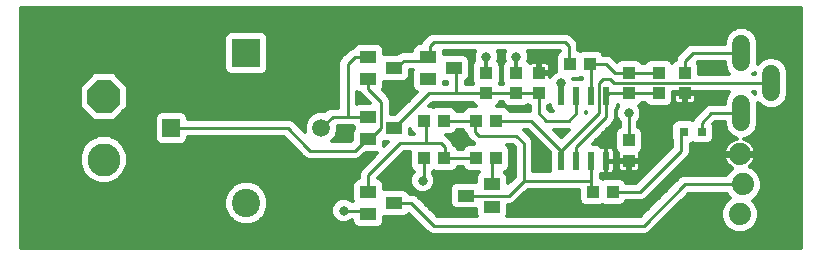
<source format=gtl>
G75*
%MOIN*%
%OFA0B0*%
%FSLAX25Y25*%
%IPPOS*%
%LPD*%
%AMOC8*
5,1,8,0,0,1.08239X$1,22.5*
%
%ADD10R,0.04252X0.04134*%
%ADD11R,0.04134X0.04252*%
%ADD12R,0.04331X0.03937*%
%ADD13R,0.02400X0.06000*%
%ADD14R,0.03937X0.04331*%
%ADD15R,0.05512X0.03937*%
%ADD16C,0.06000*%
%ADD17R,0.03150X0.03150*%
%ADD18R,0.05937X0.05937*%
%ADD19C,0.05937*%
%ADD20R,0.09449X0.09449*%
%ADD21C,0.09449*%
%ADD22OC8,0.11000*%
%ADD23C,0.11000*%
%ADD24C,0.07400*%
%ADD25C,0.01000*%
%ADD26C,0.01200*%
%ADD27C,0.03200*%
%ADD28C,0.01600*%
%ADD29C,0.03562*%
D10*
X0168300Y0053155D03*
X0168300Y0060045D03*
X0225800Y0060045D03*
X0225800Y0053155D03*
X0215800Y0037545D03*
X0215800Y0030655D03*
D11*
X0154245Y0031600D03*
X0147355Y0031600D03*
D12*
X0178300Y0053254D03*
X0185800Y0053254D03*
X0185800Y0059946D03*
X0178300Y0059946D03*
X0215800Y0059946D03*
X0234550Y0059946D03*
X0234550Y0053254D03*
X0215800Y0053254D03*
D13*
X0208300Y0052400D03*
X0203300Y0052400D03*
X0198300Y0052400D03*
X0193300Y0052400D03*
X0193300Y0030800D03*
X0198300Y0030800D03*
X0203300Y0030800D03*
X0208300Y0030800D03*
D14*
X0210396Y0020350D03*
X0203704Y0020350D03*
X0171646Y0031600D03*
X0164954Y0031600D03*
X0164954Y0044100D03*
X0171646Y0044100D03*
X0154146Y0044100D03*
X0147454Y0044100D03*
X0196204Y0062850D03*
X0202896Y0062850D03*
D15*
X0157631Y0061600D03*
X0148969Y0065340D03*
X0137631Y0061600D03*
X0128969Y0065340D03*
X0128969Y0057860D03*
X0148969Y0057860D03*
X0128969Y0045340D03*
X0137631Y0041600D03*
X0128969Y0037860D03*
X0170131Y0022840D03*
X0161469Y0019100D03*
X0170131Y0015360D03*
X0137631Y0016600D03*
X0128969Y0012860D03*
X0128969Y0020340D03*
D16*
X0253300Y0043600D02*
X0253300Y0049600D01*
X0263300Y0053600D02*
X0263300Y0059600D01*
X0253300Y0063600D02*
X0253300Y0069600D01*
D17*
X0240003Y0040350D03*
X0234097Y0040350D03*
D18*
X0063300Y0041600D03*
D19*
X0113300Y0041600D03*
D20*
X0088300Y0066600D03*
D21*
X0088300Y0016600D03*
D22*
X0040800Y0052100D03*
D23*
X0040800Y0031100D03*
D24*
X0252800Y0032850D03*
X0253800Y0022850D03*
X0252800Y0012850D03*
D25*
X0234550Y0022850D02*
X0220800Y0009100D01*
X0150800Y0009100D01*
X0143300Y0016600D01*
X0137631Y0016600D01*
X0128969Y0012860D02*
X0125800Y0014100D01*
X0120800Y0014100D01*
X0128969Y0020340D02*
X0128969Y0026019D01*
X0139550Y0036600D01*
X0148300Y0036600D01*
X0148300Y0043254D01*
X0147454Y0044100D01*
X0154146Y0044100D02*
X0164954Y0044100D01*
X0164550Y0043696D01*
X0164550Y0040350D01*
X0165800Y0039100D01*
X0178300Y0039100D01*
X0180800Y0036600D01*
X0180800Y0024100D01*
X0175800Y0019100D01*
X0161469Y0019100D01*
X0170131Y0022840D02*
X0170131Y0030084D01*
X0171646Y0031600D01*
X0164954Y0031600D02*
X0154245Y0031600D01*
X0154550Y0031905D01*
X0154550Y0035350D01*
X0153300Y0036600D01*
X0148300Y0036600D01*
X0147355Y0031600D02*
X0147355Y0024405D01*
X0147050Y0024100D01*
X0127050Y0036600D02*
X0124550Y0034100D01*
X0109550Y0034100D01*
X0108300Y0035350D01*
X0102050Y0041600D01*
X0088300Y0041600D01*
X0063300Y0041600D01*
X0113300Y0041600D02*
X0117040Y0045340D01*
X0122050Y0045340D01*
X0122050Y0062850D01*
X0124540Y0065340D01*
X0128969Y0065340D01*
X0137631Y0061600D02*
X0138881Y0062850D01*
X0139550Y0062850D01*
X0140800Y0064100D01*
X0148300Y0064100D01*
X0148969Y0065340D02*
X0149550Y0065921D01*
X0149550Y0069100D01*
X0150800Y0070350D01*
X0194550Y0070350D01*
X0195800Y0069100D01*
X0195800Y0063254D01*
X0196204Y0062850D01*
X0202896Y0062850D02*
X0208300Y0062850D01*
X0211204Y0059946D01*
X0215800Y0059946D01*
X0220898Y0060045D01*
X0225800Y0060045D01*
X0234550Y0059946D02*
X0234550Y0064100D01*
X0237050Y0066600D01*
X0253300Y0066600D01*
X0263300Y0056600D02*
X0210800Y0056600D01*
X0209550Y0057850D01*
X0207050Y0057850D01*
X0205800Y0056600D01*
X0205800Y0054100D01*
X0205800Y0046600D01*
X0193300Y0034100D01*
X0183300Y0044100D01*
X0171646Y0044100D01*
X0185800Y0046600D02*
X0188300Y0044100D01*
X0195800Y0044100D01*
X0198300Y0046600D01*
X0198300Y0052400D01*
X0203300Y0052400D02*
X0203300Y0060350D01*
X0202896Y0062446D01*
X0202896Y0062850D01*
X0185800Y0065350D02*
X0185800Y0059946D01*
X0185800Y0053254D02*
X0178300Y0053254D01*
X0168398Y0053254D01*
X0168300Y0053155D01*
X0158300Y0053155D01*
X0158300Y0060931D01*
X0157631Y0061600D01*
X0185800Y0053254D02*
X0185800Y0046600D01*
X0198300Y0035350D02*
X0208300Y0045350D01*
X0208300Y0052400D01*
X0209154Y0053254D01*
X0215800Y0053254D01*
X0220898Y0053155D01*
X0225800Y0053155D01*
X0215800Y0046600D02*
X0215800Y0037545D01*
X0219550Y0020350D02*
X0233300Y0034100D01*
X0233300Y0039553D01*
X0234097Y0040350D01*
X0240003Y0040350D02*
X0240003Y0043303D01*
X0243300Y0046600D01*
X0253300Y0046600D01*
X0203300Y0030800D02*
X0203300Y0024100D01*
X0203300Y0022004D01*
X0203704Y0020350D01*
X0210396Y0020350D02*
X0219550Y0020350D01*
X0234550Y0022850D02*
X0253800Y0022850D01*
X0203300Y0024100D02*
X0180800Y0024100D01*
X0193300Y0030800D02*
X0193300Y0034100D01*
X0198300Y0035350D02*
X0198300Y0030800D01*
X0149186Y0053155D02*
X0137631Y0041600D01*
X0133300Y0041600D02*
X0129560Y0037860D01*
X0128969Y0037860D01*
X0127709Y0036600D01*
X0127050Y0036600D01*
X0133300Y0041600D02*
X0133300Y0050350D01*
X0128969Y0054681D01*
X0128969Y0057860D01*
X0149186Y0053155D02*
X0158300Y0053155D01*
X0128969Y0045340D02*
X0122050Y0045340D01*
D26*
X0013300Y0001600D02*
X0273300Y0001600D01*
X0013300Y0001600D01*
X0013300Y0081600D01*
X0273300Y0081600D01*
X0273300Y0001600D01*
X0273300Y0002799D02*
X0013300Y0002799D01*
X0013300Y0003997D02*
X0273300Y0003997D01*
X0273300Y0005196D02*
X0013300Y0005196D01*
X0013300Y0006394D02*
X0149232Y0006394D01*
X0149044Y0006472D02*
X0150183Y0006000D01*
X0221417Y0006000D01*
X0222556Y0006472D01*
X0235834Y0019750D01*
X0248265Y0019750D01*
X0248459Y0019281D01*
X0249456Y0018284D01*
X0249231Y0018191D01*
X0247459Y0016419D01*
X0246500Y0014103D01*
X0246500Y0011597D01*
X0247459Y0009281D01*
X0249231Y0007509D01*
X0251547Y0006550D01*
X0254053Y0006550D01*
X0256369Y0007509D01*
X0258141Y0009281D01*
X0259100Y0011597D01*
X0259100Y0014103D01*
X0258141Y0016419D01*
X0257144Y0017416D01*
X0257369Y0017509D01*
X0259141Y0019281D01*
X0260100Y0021597D01*
X0260100Y0024103D01*
X0259141Y0026419D01*
X0257369Y0028191D01*
X0256117Y0028709D01*
X0256253Y0028807D01*
X0256843Y0029397D01*
X0257333Y0030072D01*
X0257712Y0030816D01*
X0257969Y0031609D01*
X0258100Y0032433D01*
X0258100Y0032450D01*
X0253200Y0032450D01*
X0253200Y0033250D01*
X0258100Y0033250D01*
X0258100Y0033267D01*
X0257969Y0034091D01*
X0257712Y0034884D01*
X0257333Y0035628D01*
X0256843Y0036303D01*
X0256253Y0036893D01*
X0255578Y0037383D01*
X0254834Y0037762D01*
X0254101Y0038000D01*
X0254414Y0038000D01*
X0256472Y0038853D01*
X0258047Y0040428D01*
X0258900Y0042486D01*
X0258900Y0050080D01*
X0260128Y0048853D01*
X0262186Y0048000D01*
X0264414Y0048000D01*
X0266472Y0048853D01*
X0268047Y0050428D01*
X0268900Y0052486D01*
X0268900Y0060714D01*
X0268047Y0062772D01*
X0266472Y0064347D01*
X0264414Y0065200D01*
X0262186Y0065200D01*
X0260128Y0064347D01*
X0258900Y0063120D01*
X0258900Y0070714D01*
X0258047Y0072772D01*
X0256472Y0074347D01*
X0254414Y0075200D01*
X0252186Y0075200D01*
X0250128Y0074347D01*
X0248553Y0072772D01*
X0247700Y0070714D01*
X0247700Y0069700D01*
X0236433Y0069700D01*
X0235294Y0069228D01*
X0232794Y0066728D01*
X0231922Y0065856D01*
X0231450Y0064717D01*
X0231450Y0064342D01*
X0230912Y0064119D01*
X0230203Y0063410D01*
X0230130Y0063585D01*
X0229399Y0064316D01*
X0228443Y0064712D01*
X0223157Y0064712D01*
X0222201Y0064316D01*
X0221470Y0063585D01*
X0221291Y0063153D01*
X0220869Y0063145D01*
X0220282Y0063145D01*
X0220272Y0063141D01*
X0220170Y0063388D01*
X0219438Y0064119D01*
X0218483Y0064515D01*
X0213117Y0064515D01*
X0212162Y0064119D01*
X0211788Y0063746D01*
X0210928Y0064606D01*
X0210056Y0065478D01*
X0208917Y0065950D01*
X0207292Y0065950D01*
X0207069Y0066488D01*
X0206338Y0067220D01*
X0205382Y0067615D01*
X0200411Y0067615D01*
X0199550Y0067259D01*
X0198900Y0067528D01*
X0198900Y0069717D01*
X0198428Y0070856D01*
X0197556Y0071728D01*
X0196306Y0072978D01*
X0195167Y0073450D01*
X0150183Y0073450D01*
X0149044Y0072978D01*
X0148172Y0072106D01*
X0146922Y0070856D01*
X0146530Y0069909D01*
X0145696Y0069909D01*
X0144741Y0069513D01*
X0144009Y0068781D01*
X0143613Y0067826D01*
X0143613Y0067200D01*
X0140183Y0067200D01*
X0139044Y0066728D01*
X0138484Y0066168D01*
X0134358Y0066168D01*
X0134325Y0066155D01*
X0134325Y0067826D01*
X0133929Y0068781D01*
X0133198Y0069513D01*
X0132242Y0069909D01*
X0125696Y0069909D01*
X0124741Y0069513D01*
X0124009Y0068781D01*
X0123856Y0068412D01*
X0122784Y0067968D01*
X0120294Y0065478D01*
X0119422Y0064606D01*
X0118950Y0063467D01*
X0118950Y0048440D01*
X0116424Y0048440D01*
X0115284Y0047968D01*
X0114462Y0047146D01*
X0114408Y0047168D01*
X0112192Y0047168D01*
X0110146Y0046321D01*
X0108579Y0044754D01*
X0107731Y0042708D01*
X0107731Y0040492D01*
X0107866Y0040168D01*
X0103806Y0044228D01*
X0102667Y0044700D01*
X0068868Y0044700D01*
X0068868Y0045086D01*
X0068473Y0046041D01*
X0067741Y0046773D01*
X0066786Y0047168D01*
X0059814Y0047168D01*
X0058859Y0046773D01*
X0058127Y0046041D01*
X0057731Y0045086D01*
X0057731Y0038114D01*
X0058127Y0037159D01*
X0058859Y0036427D01*
X0059814Y0036031D01*
X0066786Y0036031D01*
X0067741Y0036427D01*
X0068473Y0037159D01*
X0068868Y0038114D01*
X0068868Y0038500D01*
X0100766Y0038500D01*
X0105672Y0033594D01*
X0106922Y0032344D01*
X0107794Y0031472D01*
X0108933Y0031000D01*
X0125167Y0031000D01*
X0126306Y0031472D01*
X0128125Y0033291D01*
X0131857Y0033291D01*
X0126341Y0027775D01*
X0125869Y0026636D01*
X0125869Y0024909D01*
X0125696Y0024909D01*
X0124741Y0024513D01*
X0124009Y0023781D01*
X0123613Y0022826D01*
X0123613Y0017854D01*
X0123884Y0017200D01*
X0123640Y0017200D01*
X0123179Y0017661D01*
X0121635Y0018300D01*
X0119965Y0018300D01*
X0118421Y0017661D01*
X0117239Y0016479D01*
X0116600Y0014935D01*
X0116600Y0013265D01*
X0117239Y0011721D01*
X0118421Y0010539D01*
X0119965Y0009900D01*
X0121635Y0009900D01*
X0123179Y0010539D01*
X0123613Y0010974D01*
X0123613Y0010374D01*
X0124009Y0009419D01*
X0124741Y0008687D01*
X0125696Y0008291D01*
X0132242Y0008291D01*
X0133198Y0008687D01*
X0133929Y0009419D01*
X0134325Y0010374D01*
X0134325Y0012045D01*
X0134358Y0012031D01*
X0140904Y0012031D01*
X0141859Y0012427D01*
X0142474Y0013042D01*
X0148172Y0007344D01*
X0149044Y0006472D01*
X0148172Y0007344D02*
X0148172Y0007344D01*
X0147923Y0007593D02*
X0013300Y0007593D01*
X0013300Y0008791D02*
X0124637Y0008791D01*
X0123773Y0009990D02*
X0121852Y0009990D01*
X0119748Y0009990D02*
X0091481Y0009990D01*
X0092449Y0010391D02*
X0094509Y0012451D01*
X0095624Y0015143D01*
X0095624Y0018057D01*
X0094509Y0020749D01*
X0092449Y0022809D01*
X0089757Y0023924D01*
X0086843Y0023924D01*
X0084151Y0022809D01*
X0082091Y0020749D01*
X0080976Y0018057D01*
X0080976Y0015143D01*
X0082091Y0012451D01*
X0084151Y0010391D01*
X0086843Y0009276D01*
X0089757Y0009276D01*
X0092449Y0010391D01*
X0093246Y0011188D02*
X0117772Y0011188D01*
X0116964Y0012387D02*
X0094445Y0012387D01*
X0094979Y0013585D02*
X0116600Y0013585D01*
X0116600Y0014784D02*
X0095476Y0014784D01*
X0095624Y0015982D02*
X0117034Y0015982D01*
X0117941Y0017181D02*
X0095624Y0017181D01*
X0095491Y0018379D02*
X0123613Y0018379D01*
X0123613Y0019578D02*
X0094994Y0019578D01*
X0094482Y0020776D02*
X0123613Y0020776D01*
X0123613Y0021975D02*
X0093284Y0021975D01*
X0091570Y0023173D02*
X0123757Y0023173D01*
X0124599Y0024372D02*
X0045527Y0024372D01*
X0045388Y0024233D02*
X0047667Y0026512D01*
X0048900Y0029489D01*
X0048900Y0032711D01*
X0047667Y0035688D01*
X0045388Y0037967D01*
X0042411Y0039200D01*
X0039189Y0039200D01*
X0036212Y0037967D01*
X0033933Y0035688D01*
X0032700Y0032711D01*
X0032700Y0029489D01*
X0033933Y0026512D01*
X0036212Y0024233D01*
X0039189Y0023000D01*
X0042411Y0023000D01*
X0045388Y0024233D01*
X0046725Y0025570D02*
X0125869Y0025570D01*
X0125924Y0026769D02*
X0047773Y0026769D01*
X0048270Y0027967D02*
X0126533Y0027967D01*
X0127732Y0029166D02*
X0048766Y0029166D01*
X0048900Y0030364D02*
X0128930Y0030364D01*
X0130129Y0031563D02*
X0126397Y0031563D01*
X0127595Y0032761D02*
X0131327Y0032761D01*
X0134325Y0035759D02*
X0134325Y0037045D01*
X0134358Y0037031D01*
X0135597Y0037031D01*
X0134325Y0035759D01*
X0134325Y0036357D02*
X0134923Y0036357D01*
X0140834Y0033500D02*
X0142688Y0033500D01*
X0142688Y0028957D01*
X0143084Y0028001D01*
X0143815Y0027270D01*
X0144144Y0027134D01*
X0143489Y0026479D01*
X0142850Y0024935D01*
X0142850Y0023265D01*
X0143489Y0021721D01*
X0144671Y0020539D01*
X0146215Y0019900D01*
X0147885Y0019900D01*
X0149429Y0020539D01*
X0150611Y0021721D01*
X0151250Y0023265D01*
X0151250Y0024935D01*
X0150611Y0026479D01*
X0150455Y0026635D01*
X0150455Y0027088D01*
X0150800Y0027231D01*
X0151661Y0026874D01*
X0156829Y0026874D01*
X0157785Y0027270D01*
X0158516Y0028001D01*
X0158723Y0028500D01*
X0160558Y0028500D01*
X0160781Y0027962D01*
X0161512Y0027230D01*
X0162468Y0026835D01*
X0165724Y0026835D01*
X0165171Y0026281D01*
X0164775Y0025326D01*
X0164775Y0023655D01*
X0164742Y0023668D01*
X0158196Y0023668D01*
X0157241Y0023273D01*
X0156509Y0022541D01*
X0156113Y0021586D01*
X0156113Y0016614D01*
X0156509Y0015659D01*
X0157241Y0014927D01*
X0158196Y0014531D01*
X0164742Y0014531D01*
X0164775Y0014545D01*
X0164775Y0012874D01*
X0165054Y0012200D01*
X0152084Y0012200D01*
X0145056Y0019228D01*
X0143917Y0019700D01*
X0142732Y0019700D01*
X0142591Y0020041D01*
X0141859Y0020773D01*
X0140904Y0021168D01*
X0134358Y0021168D01*
X0134325Y0021155D01*
X0134325Y0022826D01*
X0133929Y0023781D01*
X0133198Y0024513D01*
X0132243Y0024909D01*
X0140834Y0033500D01*
X0140095Y0032761D02*
X0142688Y0032761D01*
X0142688Y0031563D02*
X0138897Y0031563D01*
X0137698Y0030364D02*
X0142688Y0030364D01*
X0142688Y0029166D02*
X0136500Y0029166D01*
X0135301Y0027967D02*
X0143118Y0027967D01*
X0143779Y0026769D02*
X0134103Y0026769D01*
X0132904Y0025570D02*
X0143113Y0025570D01*
X0142850Y0024372D02*
X0133339Y0024372D01*
X0134181Y0023173D02*
X0142888Y0023173D01*
X0143384Y0021975D02*
X0134325Y0021975D01*
X0141851Y0020776D02*
X0144434Y0020776D01*
X0144212Y0019578D02*
X0156113Y0019578D01*
X0156113Y0020776D02*
X0149666Y0020776D01*
X0150716Y0021975D02*
X0156275Y0021975D01*
X0157141Y0023173D02*
X0151212Y0023173D01*
X0151250Y0024372D02*
X0164775Y0024372D01*
X0164876Y0025570D02*
X0150987Y0025570D01*
X0150455Y0026769D02*
X0165658Y0026769D01*
X0160779Y0027967D02*
X0158482Y0027967D01*
X0174419Y0026953D02*
X0175091Y0026281D01*
X0175487Y0025326D01*
X0175487Y0023171D01*
X0177700Y0025384D01*
X0177700Y0035316D01*
X0177016Y0036000D01*
X0175014Y0036000D01*
X0175088Y0035970D01*
X0175819Y0035238D01*
X0176215Y0034283D01*
X0176215Y0028917D01*
X0175819Y0027962D01*
X0175088Y0027230D01*
X0174419Y0026953D01*
X0174603Y0026769D02*
X0177700Y0026769D01*
X0177700Y0027967D02*
X0175821Y0027967D01*
X0176215Y0029166D02*
X0177700Y0029166D01*
X0177700Y0030364D02*
X0176215Y0030364D01*
X0176215Y0031563D02*
X0177700Y0031563D01*
X0177700Y0032761D02*
X0176215Y0032761D01*
X0176215Y0033960D02*
X0177700Y0033960D01*
X0177700Y0035158D02*
X0175852Y0035158D01*
X0183900Y0035158D02*
X0187858Y0035158D01*
X0186659Y0036357D02*
X0183900Y0036357D01*
X0183900Y0037217D02*
X0183900Y0027200D01*
X0189534Y0027200D01*
X0189500Y0027283D01*
X0189500Y0033516D01*
X0182016Y0041000D01*
X0180784Y0041000D01*
X0180928Y0040856D01*
X0180928Y0040856D01*
X0182556Y0039228D01*
X0183428Y0038356D01*
X0183900Y0037217D01*
X0183760Y0037555D02*
X0185461Y0037555D01*
X0184262Y0038754D02*
X0183030Y0038754D01*
X0183064Y0039952D02*
X0181832Y0039952D01*
X0190784Y0041000D02*
X0195183Y0041000D01*
X0195816Y0041000D01*
X0193300Y0038484D01*
X0190784Y0041000D01*
X0191832Y0039952D02*
X0194768Y0039952D01*
X0193570Y0038754D02*
X0193030Y0038754D01*
X0203734Y0036400D02*
X0210056Y0042722D01*
X0210928Y0043594D01*
X0211400Y0044733D01*
X0211400Y0047623D01*
X0211704Y0047927D01*
X0212100Y0048883D01*
X0212100Y0049143D01*
X0212162Y0049081D01*
X0212289Y0049028D01*
X0212239Y0048979D01*
X0211600Y0047435D01*
X0211600Y0045765D01*
X0212239Y0044221D01*
X0212700Y0043760D01*
X0212700Y0042023D01*
X0212201Y0041816D01*
X0211470Y0041085D01*
X0211074Y0040129D01*
X0211074Y0034961D01*
X0211470Y0034005D01*
X0212173Y0033302D01*
X0212074Y0032933D01*
X0212074Y0031089D01*
X0215366Y0031089D01*
X0215366Y0030222D01*
X0212074Y0030222D01*
X0212074Y0028378D01*
X0212183Y0027971D01*
X0212394Y0027606D01*
X0212692Y0027308D01*
X0213056Y0027097D01*
X0213463Y0026988D01*
X0215367Y0026988D01*
X0215367Y0030222D01*
X0216233Y0030222D01*
X0216233Y0026988D01*
X0218137Y0026988D01*
X0218544Y0027097D01*
X0218908Y0027308D01*
X0219206Y0027606D01*
X0219417Y0027971D01*
X0219526Y0028378D01*
X0219526Y0030222D01*
X0216234Y0030222D01*
X0216234Y0031089D01*
X0219526Y0031089D01*
X0219526Y0032933D01*
X0219427Y0033302D01*
X0220130Y0034005D01*
X0220526Y0034961D01*
X0220526Y0040129D01*
X0220130Y0041085D01*
X0219399Y0041816D01*
X0218900Y0042023D01*
X0218900Y0043760D01*
X0219361Y0044221D01*
X0220000Y0045765D01*
X0220000Y0047435D01*
X0219361Y0048979D01*
X0219311Y0049028D01*
X0219438Y0049081D01*
X0220170Y0049812D01*
X0220272Y0050059D01*
X0220282Y0050055D01*
X0220869Y0050055D01*
X0221291Y0050047D01*
X0221470Y0049615D01*
X0222201Y0048884D01*
X0223157Y0048488D01*
X0228443Y0048488D01*
X0229399Y0048884D01*
X0230130Y0049615D01*
X0230526Y0050571D01*
X0230526Y0053500D01*
X0234166Y0053500D01*
X0234166Y0052869D01*
X0234934Y0052869D01*
X0234934Y0049685D01*
X0236926Y0049685D01*
X0237333Y0049794D01*
X0237698Y0050005D01*
X0237996Y0050303D01*
X0238206Y0050667D01*
X0238315Y0051074D01*
X0238315Y0052869D01*
X0234934Y0052869D01*
X0234934Y0053500D01*
X0249280Y0053500D01*
X0248553Y0052772D01*
X0247700Y0050714D01*
X0247700Y0049700D01*
X0242683Y0049700D01*
X0241544Y0049228D01*
X0240672Y0048356D01*
X0237375Y0045059D01*
X0237012Y0044184D01*
X0236189Y0044525D01*
X0232005Y0044525D01*
X0231050Y0044129D01*
X0230318Y0043398D01*
X0229922Y0042442D01*
X0229922Y0038258D01*
X0230200Y0037588D01*
X0230200Y0035384D01*
X0218266Y0023450D01*
X0214792Y0023450D01*
X0214569Y0023988D01*
X0213838Y0024720D01*
X0212882Y0025115D01*
X0207911Y0025115D01*
X0207050Y0024759D01*
X0206400Y0025028D01*
X0206400Y0026023D01*
X0206643Y0026266D01*
X0206889Y0026200D01*
X0208300Y0026200D01*
X0209711Y0026200D01*
X0210118Y0026309D01*
X0210482Y0026520D01*
X0210780Y0026818D01*
X0210991Y0027182D01*
X0211100Y0027589D01*
X0211100Y0030800D01*
X0211100Y0034011D01*
X0210991Y0034418D01*
X0210780Y0034782D01*
X0210482Y0035080D01*
X0210118Y0035291D01*
X0209711Y0035400D01*
X0208300Y0035400D01*
X0208300Y0030800D01*
X0208300Y0030800D01*
X0211100Y0030800D01*
X0208300Y0030800D01*
X0208300Y0030800D01*
X0208300Y0035400D01*
X0206889Y0035400D01*
X0206643Y0035334D01*
X0205973Y0036004D01*
X0205017Y0036400D01*
X0203734Y0036400D01*
X0205121Y0036357D02*
X0211074Y0036357D01*
X0211074Y0035158D02*
X0210347Y0035158D01*
X0208300Y0035158D02*
X0208300Y0035158D01*
X0208300Y0033960D02*
X0208300Y0033960D01*
X0208300Y0032761D02*
X0208300Y0032761D01*
X0211100Y0032761D02*
X0212074Y0032761D01*
X0211515Y0033960D02*
X0211100Y0033960D01*
X0211100Y0031563D02*
X0212074Y0031563D01*
X0211100Y0030364D02*
X0215366Y0030364D01*
X0216234Y0030364D02*
X0225180Y0030364D01*
X0223982Y0029166D02*
X0219526Y0029166D01*
X0216233Y0029166D02*
X0215367Y0029166D01*
X0212074Y0029166D02*
X0211100Y0029166D01*
X0208300Y0029166D02*
X0208300Y0029166D01*
X0208300Y0030364D02*
X0208300Y0030364D01*
X0208300Y0030800D02*
X0208300Y0026200D01*
X0208300Y0030800D01*
X0208300Y0030800D01*
X0208300Y0031563D02*
X0208300Y0031563D01*
X0208300Y0027967D02*
X0208300Y0027967D01*
X0208300Y0026769D02*
X0208300Y0026769D01*
X0210731Y0026769D02*
X0221585Y0026769D01*
X0222783Y0027967D02*
X0219415Y0027967D01*
X0216233Y0027967D02*
X0215367Y0027967D01*
X0212185Y0027967D02*
X0211100Y0027967D01*
X0206400Y0025570D02*
X0220386Y0025570D01*
X0219188Y0024372D02*
X0214186Y0024372D01*
X0224360Y0020776D02*
X0228092Y0020776D01*
X0226894Y0019578D02*
X0223162Y0019578D01*
X0221963Y0018379D02*
X0225695Y0018379D01*
X0224497Y0017181D02*
X0214763Y0017181D01*
X0214792Y0017250D02*
X0220167Y0017250D01*
X0221306Y0017722D01*
X0235056Y0031472D01*
X0235928Y0032344D01*
X0236400Y0033483D01*
X0236400Y0036263D01*
X0237050Y0036532D01*
X0237911Y0036175D01*
X0242095Y0036175D01*
X0243050Y0036571D01*
X0243782Y0037302D01*
X0244178Y0038258D01*
X0244178Y0042442D01*
X0243987Y0042903D01*
X0244584Y0043500D01*
X0247700Y0043500D01*
X0247700Y0042486D01*
X0248553Y0040428D01*
X0250128Y0038853D01*
X0251979Y0038086D01*
X0251559Y0038019D01*
X0250766Y0037762D01*
X0250022Y0037383D01*
X0249347Y0036893D01*
X0248757Y0036303D01*
X0248267Y0035628D01*
X0247888Y0034884D01*
X0247630Y0034091D01*
X0247500Y0033267D01*
X0247500Y0033250D01*
X0252400Y0033250D01*
X0252400Y0032450D01*
X0247500Y0032450D01*
X0247500Y0032433D01*
X0247630Y0031609D01*
X0247888Y0030816D01*
X0248267Y0030072D01*
X0248757Y0029397D01*
X0249347Y0028807D01*
X0250022Y0028317D01*
X0250253Y0028200D01*
X0250231Y0028191D01*
X0248459Y0026419D01*
X0248265Y0025950D01*
X0233933Y0025950D01*
X0232794Y0025478D01*
X0231922Y0024606D01*
X0219516Y0012200D01*
X0175207Y0012200D01*
X0175487Y0012874D01*
X0175487Y0016000D01*
X0176417Y0016000D01*
X0177556Y0016472D01*
X0182084Y0021000D01*
X0199135Y0021000D01*
X0199135Y0017667D01*
X0199531Y0016712D01*
X0200262Y0015980D01*
X0201218Y0015585D01*
X0206189Y0015585D01*
X0207050Y0015941D01*
X0207911Y0015585D01*
X0212882Y0015585D01*
X0213838Y0015980D01*
X0214569Y0016712D01*
X0214792Y0017250D01*
X0213839Y0015982D02*
X0223298Y0015982D01*
X0222100Y0014784D02*
X0175487Y0014784D01*
X0175487Y0013585D02*
X0220901Y0013585D01*
X0219703Y0012387D02*
X0175285Y0012387D01*
X0164977Y0012387D02*
X0151897Y0012387D01*
X0150699Y0013585D02*
X0164775Y0013585D01*
X0157588Y0014784D02*
X0149500Y0014784D01*
X0148302Y0015982D02*
X0156375Y0015982D01*
X0156113Y0017181D02*
X0147103Y0017181D01*
X0145905Y0018379D02*
X0156113Y0018379D01*
X0175487Y0015982D02*
X0200261Y0015982D01*
X0199337Y0017181D02*
X0178265Y0017181D01*
X0179463Y0018379D02*
X0199135Y0018379D01*
X0199135Y0019578D02*
X0180662Y0019578D01*
X0181860Y0020776D02*
X0199135Y0020776D01*
X0177700Y0025570D02*
X0175385Y0025570D01*
X0175487Y0024372D02*
X0176688Y0024372D01*
X0175489Y0023173D02*
X0175487Y0023173D01*
X0183900Y0027967D02*
X0189500Y0027967D01*
X0189500Y0029166D02*
X0183900Y0029166D01*
X0183900Y0030364D02*
X0189500Y0030364D01*
X0189500Y0031563D02*
X0183900Y0031563D01*
X0183900Y0032761D02*
X0189500Y0032761D01*
X0189056Y0033960D02*
X0183900Y0033960D01*
X0164301Y0036365D02*
X0162468Y0036365D01*
X0161512Y0035970D01*
X0160781Y0035238D01*
X0160558Y0034700D01*
X0158723Y0034700D01*
X0158516Y0035199D01*
X0157785Y0035930D01*
X0157640Y0035990D01*
X0157178Y0037106D01*
X0156306Y0037978D01*
X0155056Y0039228D01*
X0154799Y0039335D01*
X0156632Y0039335D01*
X0157588Y0039730D01*
X0158319Y0040462D01*
X0158542Y0041000D01*
X0160558Y0041000D01*
X0160781Y0040462D01*
X0161450Y0039793D01*
X0161450Y0039733D01*
X0161922Y0038594D01*
X0163172Y0037344D01*
X0164044Y0036472D01*
X0164301Y0036365D01*
X0162447Y0036357D02*
X0157488Y0036357D01*
X0158533Y0035158D02*
X0160748Y0035158D01*
X0162961Y0037555D02*
X0156729Y0037555D01*
X0155530Y0038754D02*
X0161856Y0038754D01*
X0161290Y0039952D02*
X0157810Y0039952D01*
X0144086Y0039700D02*
X0142987Y0039700D01*
X0142987Y0041172D01*
X0143281Y0040462D01*
X0144012Y0039730D01*
X0144086Y0039700D01*
X0143790Y0039952D02*
X0142987Y0039952D01*
X0142987Y0041151D02*
X0142995Y0041151D01*
X0137815Y0046168D02*
X0136400Y0046168D01*
X0136400Y0050967D01*
X0135928Y0052106D01*
X0135056Y0052978D01*
X0133772Y0054262D01*
X0133929Y0054419D01*
X0134325Y0055374D01*
X0134325Y0057045D01*
X0134358Y0057031D01*
X0140904Y0057031D01*
X0141859Y0057427D01*
X0142591Y0058159D01*
X0142987Y0059114D01*
X0142987Y0061000D01*
X0143884Y0061000D01*
X0143613Y0060346D01*
X0143613Y0055374D01*
X0144009Y0054419D01*
X0144741Y0053687D01*
X0145160Y0053513D01*
X0137815Y0046168D01*
X0138790Y0047143D02*
X0136400Y0047143D01*
X0136400Y0048342D02*
X0139989Y0048342D01*
X0141187Y0049540D02*
X0136400Y0049540D01*
X0136400Y0050739D02*
X0142386Y0050739D01*
X0143584Y0051937D02*
X0135998Y0051937D01*
X0134898Y0053136D02*
X0144783Y0053136D01*
X0144093Y0054334D02*
X0133845Y0054334D01*
X0134325Y0055533D02*
X0143613Y0055533D01*
X0143613Y0056732D02*
X0134325Y0056732D01*
X0142362Y0057930D02*
X0143613Y0057930D01*
X0143613Y0059129D02*
X0142987Y0059129D01*
X0142987Y0060327D02*
X0143613Y0060327D01*
X0154325Y0057045D02*
X0154358Y0057031D01*
X0155200Y0057031D01*
X0155200Y0056255D01*
X0154325Y0056255D01*
X0154325Y0057045D01*
X0154325Y0056732D02*
X0155200Y0056732D01*
X0161400Y0056732D02*
X0163876Y0056732D01*
X0163931Y0056600D02*
X0163788Y0056255D01*
X0161400Y0056255D01*
X0161400Y0057237D01*
X0161859Y0057427D01*
X0162591Y0058159D01*
X0162987Y0059114D01*
X0162987Y0064086D01*
X0162591Y0065041D01*
X0161859Y0065773D01*
X0160904Y0066168D01*
X0154358Y0066168D01*
X0154325Y0066155D01*
X0154325Y0067250D01*
X0164541Y0067250D01*
X0164100Y0066185D01*
X0164100Y0064515D01*
X0164334Y0063949D01*
X0163970Y0063585D01*
X0163574Y0062629D01*
X0163574Y0057461D01*
X0163931Y0056600D01*
X0163574Y0057930D02*
X0162362Y0057930D01*
X0162987Y0059129D02*
X0163574Y0059129D01*
X0163574Y0060327D02*
X0162987Y0060327D01*
X0162987Y0061526D02*
X0163574Y0061526D01*
X0163613Y0062724D02*
X0162987Y0062724D01*
X0162987Y0063923D02*
X0164308Y0063923D01*
X0164100Y0065121D02*
X0162511Y0065121D01*
X0164156Y0066320D02*
X0154325Y0066320D01*
X0143982Y0068717D02*
X0133956Y0068717D01*
X0134325Y0067518D02*
X0143613Y0067518D01*
X0138636Y0066320D02*
X0134325Y0066320D01*
X0123982Y0068717D02*
X0095624Y0068717D01*
X0095624Y0067518D02*
X0122334Y0067518D01*
X0121136Y0066320D02*
X0095624Y0066320D01*
X0095624Y0065121D02*
X0119937Y0065121D01*
X0119139Y0063923D02*
X0095624Y0063923D01*
X0095624Y0062724D02*
X0118950Y0062724D01*
X0118950Y0061526D02*
X0095624Y0061526D01*
X0095624Y0061358D02*
X0095624Y0071842D01*
X0095229Y0072797D01*
X0094497Y0073529D01*
X0093542Y0073924D01*
X0083058Y0073924D01*
X0082103Y0073529D01*
X0081371Y0072797D01*
X0080976Y0071842D01*
X0080976Y0061358D01*
X0081371Y0060403D01*
X0082103Y0059671D01*
X0083058Y0059276D01*
X0093542Y0059276D01*
X0094497Y0059671D01*
X0095229Y0060403D01*
X0095624Y0061358D01*
X0095153Y0060327D02*
X0118950Y0060327D01*
X0118950Y0059129D02*
X0045227Y0059129D01*
X0044155Y0060200D02*
X0037445Y0060200D01*
X0032700Y0055455D01*
X0032700Y0048745D01*
X0037445Y0044000D01*
X0044155Y0044000D01*
X0048900Y0048745D01*
X0048900Y0055455D01*
X0044155Y0060200D01*
X0046425Y0057930D02*
X0118950Y0057930D01*
X0118950Y0056732D02*
X0047624Y0056732D01*
X0048822Y0055533D02*
X0118950Y0055533D01*
X0118950Y0054334D02*
X0048900Y0054334D01*
X0048900Y0053136D02*
X0118950Y0053136D01*
X0118950Y0051937D02*
X0048900Y0051937D01*
X0048900Y0050739D02*
X0118950Y0050739D01*
X0118950Y0049540D02*
X0048900Y0049540D01*
X0048497Y0048342D02*
X0116186Y0048342D01*
X0112132Y0047143D02*
X0066846Y0047143D01*
X0068513Y0045945D02*
X0109770Y0045945D01*
X0108576Y0044746D02*
X0068868Y0044746D01*
X0059754Y0047143D02*
X0047299Y0047143D01*
X0046100Y0045945D02*
X0058087Y0045945D01*
X0057731Y0044746D02*
X0044902Y0044746D01*
X0036698Y0044746D02*
X0013300Y0044746D01*
X0013300Y0043548D02*
X0057731Y0043548D01*
X0057731Y0042349D02*
X0013300Y0042349D01*
X0013300Y0041151D02*
X0057731Y0041151D01*
X0057731Y0039952D02*
X0013300Y0039952D01*
X0013300Y0038754D02*
X0038112Y0038754D01*
X0035800Y0037555D02*
X0013300Y0037555D01*
X0013300Y0036357D02*
X0034602Y0036357D01*
X0033714Y0035158D02*
X0013300Y0035158D01*
X0013300Y0033960D02*
X0033217Y0033960D01*
X0032721Y0032761D02*
X0013300Y0032761D01*
X0013300Y0031563D02*
X0032700Y0031563D01*
X0032700Y0030364D02*
X0013300Y0030364D01*
X0013300Y0029166D02*
X0032834Y0029166D01*
X0033330Y0027967D02*
X0013300Y0027967D01*
X0013300Y0026769D02*
X0033827Y0026769D01*
X0034875Y0025570D02*
X0013300Y0025570D01*
X0013300Y0024372D02*
X0036073Y0024372D01*
X0038771Y0023173D02*
X0013300Y0023173D01*
X0013300Y0021975D02*
X0083316Y0021975D01*
X0085030Y0023173D02*
X0042829Y0023173D01*
X0048900Y0031563D02*
X0107703Y0031563D01*
X0106505Y0032761D02*
X0048879Y0032761D01*
X0048383Y0033960D02*
X0105306Y0033960D01*
X0104108Y0035158D02*
X0047886Y0035158D01*
X0046998Y0036357D02*
X0059029Y0036357D01*
X0057963Y0037555D02*
X0045800Y0037555D01*
X0043488Y0038754D02*
X0057731Y0038754D01*
X0067571Y0036357D02*
X0102909Y0036357D01*
X0101711Y0037555D02*
X0068637Y0037555D01*
X0035500Y0045945D02*
X0013300Y0045945D01*
X0013300Y0047143D02*
X0034301Y0047143D01*
X0033103Y0048342D02*
X0013300Y0048342D01*
X0013300Y0049540D02*
X0032700Y0049540D01*
X0032700Y0050739D02*
X0013300Y0050739D01*
X0013300Y0051937D02*
X0032700Y0051937D01*
X0032700Y0053136D02*
X0013300Y0053136D01*
X0013300Y0054334D02*
X0032700Y0054334D01*
X0032778Y0055533D02*
X0013300Y0055533D01*
X0013300Y0056732D02*
X0033976Y0056732D01*
X0035175Y0057930D02*
X0013300Y0057930D01*
X0013300Y0059129D02*
X0036373Y0059129D01*
X0013300Y0060327D02*
X0081447Y0060327D01*
X0080976Y0061526D02*
X0013300Y0061526D01*
X0013300Y0062724D02*
X0080976Y0062724D01*
X0080976Y0063923D02*
X0013300Y0063923D01*
X0013300Y0065121D02*
X0080976Y0065121D01*
X0080976Y0066320D02*
X0013300Y0066320D01*
X0013300Y0067518D02*
X0080976Y0067518D01*
X0080976Y0068717D02*
X0013300Y0068717D01*
X0013300Y0069915D02*
X0080976Y0069915D01*
X0080976Y0071114D02*
X0013300Y0071114D01*
X0013300Y0072312D02*
X0081171Y0072312D01*
X0082085Y0073511D02*
X0013300Y0073511D01*
X0013300Y0074709D02*
X0251001Y0074709D01*
X0249291Y0073511D02*
X0094515Y0073511D01*
X0095429Y0072312D02*
X0148378Y0072312D01*
X0147180Y0071114D02*
X0095624Y0071114D01*
X0095624Y0069915D02*
X0146532Y0069915D01*
X0168300Y0065350D02*
X0168300Y0060045D01*
X0173026Y0060327D02*
X0173535Y0060327D01*
X0173535Y0059129D02*
X0173026Y0059129D01*
X0173026Y0057930D02*
X0173535Y0057930D01*
X0173535Y0057461D02*
X0173891Y0056600D01*
X0173789Y0056354D01*
X0172772Y0056354D01*
X0172669Y0056600D01*
X0173026Y0057461D01*
X0173026Y0062629D01*
X0172630Y0063585D01*
X0172266Y0063949D01*
X0172500Y0064515D01*
X0172500Y0066185D01*
X0172059Y0067250D01*
X0174541Y0067250D01*
X0174100Y0066185D01*
X0174100Y0064515D01*
X0174380Y0063838D01*
X0173930Y0063388D01*
X0173535Y0062432D01*
X0173535Y0057461D01*
X0173837Y0056732D02*
X0172724Y0056732D01*
X0178300Y0059946D02*
X0178300Y0065350D01*
X0174100Y0065121D02*
X0172500Y0065121D01*
X0172444Y0066320D02*
X0174156Y0066320D01*
X0174345Y0063923D02*
X0172292Y0063923D01*
X0172987Y0062724D02*
X0173656Y0062724D01*
X0173535Y0061526D02*
X0173026Y0061526D01*
X0182220Y0063838D02*
X0182500Y0064515D01*
X0182500Y0066185D01*
X0182059Y0067250D01*
X0192700Y0067250D01*
X0192700Y0067157D01*
X0192031Y0066488D01*
X0191635Y0065533D01*
X0191635Y0060456D01*
X0190921Y0060161D01*
X0189739Y0058979D01*
X0189565Y0058559D01*
X0189565Y0059562D01*
X0186184Y0059562D01*
X0186184Y0060331D01*
X0185416Y0060331D01*
X0185416Y0063515D01*
X0183424Y0063515D01*
X0183017Y0063406D01*
X0182731Y0063240D01*
X0182670Y0063388D01*
X0182220Y0063838D01*
X0182255Y0063923D02*
X0191635Y0063923D01*
X0191635Y0062724D02*
X0189346Y0062724D01*
X0189246Y0062897D02*
X0188948Y0063195D01*
X0188583Y0063406D01*
X0188176Y0063515D01*
X0186184Y0063515D01*
X0186184Y0060331D01*
X0189565Y0060331D01*
X0189565Y0062126D01*
X0189456Y0062533D01*
X0189246Y0062897D01*
X0186184Y0062724D02*
X0185416Y0062724D01*
X0185416Y0061526D02*
X0186184Y0061526D01*
X0186184Y0060327D02*
X0191323Y0060327D01*
X0191635Y0061526D02*
X0189565Y0061526D01*
X0189565Y0059129D02*
X0189889Y0059129D01*
X0197231Y0058085D02*
X0198689Y0058085D01*
X0199550Y0058441D01*
X0200200Y0058172D01*
X0200200Y0057924D01*
X0200017Y0058000D01*
X0197266Y0058000D01*
X0197231Y0058085D01*
X0200186Y0057930D02*
X0200200Y0057930D01*
X0193300Y0056600D02*
X0193300Y0052400D01*
X0189500Y0049143D02*
X0189500Y0048883D01*
X0189896Y0047927D01*
X0190623Y0047200D01*
X0189584Y0047200D01*
X0188900Y0047884D01*
X0188900Y0048858D01*
X0189438Y0049081D01*
X0189500Y0049143D01*
X0189724Y0048342D02*
X0188900Y0048342D01*
X0182700Y0048342D02*
X0175215Y0048342D01*
X0175088Y0048470D02*
X0174132Y0048865D01*
X0171854Y0048865D01*
X0171899Y0048884D01*
X0172630Y0049615D01*
X0172853Y0050154D01*
X0173789Y0050154D01*
X0173930Y0049812D01*
X0174662Y0049081D01*
X0175617Y0048685D01*
X0180983Y0048685D01*
X0181938Y0049081D01*
X0182050Y0049193D01*
X0182162Y0049081D01*
X0182700Y0048858D01*
X0182700Y0047200D01*
X0176042Y0047200D01*
X0175819Y0047738D01*
X0175088Y0048470D01*
X0174202Y0049540D02*
X0172555Y0049540D01*
X0164746Y0048865D02*
X0162468Y0048865D01*
X0161512Y0048470D01*
X0160781Y0047738D01*
X0160558Y0047200D01*
X0158542Y0047200D01*
X0158319Y0047738D01*
X0157588Y0048470D01*
X0156632Y0048865D01*
X0151661Y0048865D01*
X0150800Y0048509D01*
X0149939Y0048865D01*
X0149280Y0048865D01*
X0150470Y0050055D01*
X0163788Y0050055D01*
X0163970Y0049615D01*
X0164701Y0048884D01*
X0164746Y0048865D01*
X0164045Y0049540D02*
X0149955Y0049540D01*
X0157715Y0048342D02*
X0161385Y0048342D01*
X0129357Y0049909D02*
X0125696Y0049909D01*
X0125150Y0049682D01*
X0125150Y0053518D01*
X0125696Y0053291D01*
X0126189Y0053291D01*
X0126341Y0052925D01*
X0129357Y0049909D01*
X0128527Y0050739D02*
X0125150Y0050739D01*
X0125150Y0051937D02*
X0127328Y0051937D01*
X0126254Y0053136D02*
X0125150Y0053136D01*
X0108080Y0043548D02*
X0104486Y0043548D01*
X0105685Y0042349D02*
X0107731Y0042349D01*
X0107731Y0041151D02*
X0106883Y0041151D01*
X0116775Y0037200D02*
X0118021Y0038446D01*
X0118868Y0040492D01*
X0118868Y0042240D01*
X0123868Y0042240D01*
X0124009Y0041899D01*
X0124308Y0041600D01*
X0124009Y0041301D01*
X0123613Y0040346D01*
X0123613Y0037547D01*
X0123266Y0037200D01*
X0116775Y0037200D01*
X0117130Y0037555D02*
X0123613Y0037555D01*
X0123613Y0038754D02*
X0118148Y0038754D01*
X0118645Y0039952D02*
X0123613Y0039952D01*
X0123947Y0041151D02*
X0118868Y0041151D01*
X0082118Y0020776D02*
X0013300Y0020776D01*
X0013300Y0019578D02*
X0081606Y0019578D01*
X0081109Y0018379D02*
X0013300Y0018379D01*
X0013300Y0017181D02*
X0080976Y0017181D01*
X0080976Y0015982D02*
X0013300Y0015982D01*
X0013300Y0014784D02*
X0081124Y0014784D01*
X0081621Y0013585D02*
X0013300Y0013585D01*
X0013300Y0012387D02*
X0082155Y0012387D01*
X0083354Y0011188D02*
X0013300Y0011188D01*
X0013300Y0009990D02*
X0085119Y0009990D01*
X0133302Y0008791D02*
X0146725Y0008791D01*
X0145526Y0009990D02*
X0134166Y0009990D01*
X0134325Y0011188D02*
X0144328Y0011188D01*
X0143129Y0012387D02*
X0141761Y0012387D01*
X0219526Y0031563D02*
X0226379Y0031563D01*
X0227577Y0032761D02*
X0219526Y0032761D01*
X0220085Y0033960D02*
X0228776Y0033960D01*
X0229974Y0035158D02*
X0220526Y0035158D01*
X0220526Y0036357D02*
X0230200Y0036357D01*
X0230200Y0037555D02*
X0220526Y0037555D01*
X0220526Y0038754D02*
X0229922Y0038754D01*
X0229922Y0039952D02*
X0220526Y0039952D01*
X0220064Y0041151D02*
X0229922Y0041151D01*
X0229922Y0042349D02*
X0218900Y0042349D01*
X0218900Y0043548D02*
X0230469Y0043548D01*
X0237245Y0044746D02*
X0219578Y0044746D01*
X0220000Y0045945D02*
X0238261Y0045945D01*
X0239459Y0047143D02*
X0220000Y0047143D01*
X0219625Y0048342D02*
X0240658Y0048342D01*
X0242298Y0049540D02*
X0230055Y0049540D01*
X0230526Y0050739D02*
X0230875Y0050739D01*
X0230894Y0050667D02*
X0231104Y0050303D01*
X0231402Y0050005D01*
X0231767Y0049794D01*
X0232174Y0049685D01*
X0234166Y0049685D01*
X0234166Y0052869D01*
X0230785Y0052869D01*
X0230785Y0051074D01*
X0230894Y0050667D01*
X0230785Y0051937D02*
X0230526Y0051937D01*
X0230526Y0053136D02*
X0234166Y0053136D01*
X0234934Y0053136D02*
X0248916Y0053136D01*
X0248207Y0051937D02*
X0238315Y0051937D01*
X0234934Y0051937D02*
X0234166Y0051937D01*
X0234166Y0050739D02*
X0234934Y0050739D01*
X0238225Y0050739D02*
X0247710Y0050739D01*
X0257320Y0053500D02*
X0257700Y0053120D01*
X0257700Y0053500D01*
X0257320Y0053500D01*
X0257684Y0053136D02*
X0257700Y0053136D01*
X0258900Y0049540D02*
X0259440Y0049540D01*
X0258900Y0048342D02*
X0261361Y0048342D01*
X0265239Y0048342D02*
X0273300Y0048342D01*
X0273300Y0049540D02*
X0267160Y0049540D01*
X0268176Y0050739D02*
X0273300Y0050739D01*
X0273300Y0051937D02*
X0268673Y0051937D01*
X0268900Y0053136D02*
X0273300Y0053136D01*
X0273300Y0054334D02*
X0268900Y0054334D01*
X0268900Y0055533D02*
X0273300Y0055533D01*
X0273300Y0056732D02*
X0268900Y0056732D01*
X0268900Y0057930D02*
X0273300Y0057930D01*
X0273300Y0059129D02*
X0268900Y0059129D01*
X0268900Y0060327D02*
X0273300Y0060327D01*
X0273300Y0061526D02*
X0268564Y0061526D01*
X0268067Y0062724D02*
X0273300Y0062724D01*
X0273300Y0063923D02*
X0266897Y0063923D01*
X0264604Y0065121D02*
X0273300Y0065121D01*
X0273300Y0066320D02*
X0258900Y0066320D01*
X0258900Y0065121D02*
X0261996Y0065121D01*
X0259703Y0063923D02*
X0258900Y0063923D01*
X0257700Y0060080D02*
X0257320Y0059700D01*
X0257700Y0059700D01*
X0257700Y0060080D01*
X0249280Y0059700D02*
X0239315Y0059700D01*
X0239315Y0062432D01*
X0238920Y0063388D01*
X0238807Y0063500D01*
X0247700Y0063500D01*
X0247700Y0062486D01*
X0248553Y0060428D01*
X0249280Y0059700D01*
X0248653Y0060327D02*
X0239315Y0060327D01*
X0239315Y0061526D02*
X0248098Y0061526D01*
X0247700Y0062724D02*
X0239194Y0062724D01*
X0231618Y0065121D02*
X0210413Y0065121D01*
X0207139Y0066320D02*
X0232386Y0066320D01*
X0232794Y0066728D02*
X0232794Y0066728D01*
X0233584Y0067518D02*
X0205617Y0067518D01*
X0200176Y0067518D02*
X0198924Y0067518D01*
X0198900Y0068717D02*
X0234783Y0068717D01*
X0247700Y0069915D02*
X0198818Y0069915D01*
X0198170Y0071114D02*
X0247866Y0071114D01*
X0248362Y0072312D02*
X0196972Y0072312D01*
X0191961Y0066320D02*
X0182444Y0066320D01*
X0182500Y0065121D02*
X0191635Y0065121D01*
X0211611Y0063923D02*
X0211965Y0063923D01*
X0219635Y0063923D02*
X0221808Y0063923D01*
X0229792Y0063923D02*
X0230715Y0063923D01*
X0258238Y0072312D02*
X0273300Y0072312D01*
X0273300Y0071114D02*
X0258734Y0071114D01*
X0258900Y0069915D02*
X0273300Y0069915D01*
X0273300Y0068717D02*
X0258900Y0068717D01*
X0258900Y0067518D02*
X0273300Y0067518D01*
X0273300Y0073511D02*
X0257309Y0073511D01*
X0255599Y0074709D02*
X0273300Y0074709D01*
X0273300Y0075908D02*
X0013300Y0075908D01*
X0013300Y0077106D02*
X0273300Y0077106D01*
X0273300Y0078305D02*
X0013300Y0078305D01*
X0013300Y0079503D02*
X0273300Y0079503D01*
X0273300Y0080702D02*
X0013300Y0080702D01*
X0201400Y0046876D02*
X0201400Y0046584D01*
X0201616Y0046800D01*
X0201583Y0046800D01*
X0201400Y0046876D01*
X0211400Y0047143D02*
X0211600Y0047143D01*
X0211600Y0045945D02*
X0211400Y0045945D01*
X0211400Y0044746D02*
X0212022Y0044746D01*
X0212700Y0043548D02*
X0210882Y0043548D01*
X0209683Y0042349D02*
X0212700Y0042349D01*
X0211536Y0041151D02*
X0208485Y0041151D01*
X0207286Y0039952D02*
X0211074Y0039952D01*
X0211074Y0038754D02*
X0206088Y0038754D01*
X0204889Y0037555D02*
X0211074Y0037555D01*
X0233948Y0030364D02*
X0248118Y0030364D01*
X0247645Y0031563D02*
X0235147Y0031563D01*
X0236101Y0032761D02*
X0252400Y0032761D01*
X0253200Y0032761D02*
X0273300Y0032761D01*
X0273300Y0033960D02*
X0257990Y0033960D01*
X0257572Y0035158D02*
X0273300Y0035158D01*
X0273300Y0036357D02*
X0256788Y0036357D01*
X0255239Y0037555D02*
X0273300Y0037555D01*
X0273300Y0038754D02*
X0256234Y0038754D01*
X0257572Y0039952D02*
X0273300Y0039952D01*
X0273300Y0041151D02*
X0258347Y0041151D01*
X0258843Y0042349D02*
X0273300Y0042349D01*
X0273300Y0043548D02*
X0258900Y0043548D01*
X0258900Y0044746D02*
X0273300Y0044746D01*
X0273300Y0045945D02*
X0258900Y0045945D01*
X0258900Y0047143D02*
X0273300Y0047143D01*
X0249028Y0039952D02*
X0244178Y0039952D01*
X0244178Y0041151D02*
X0248253Y0041151D01*
X0247757Y0042349D02*
X0244178Y0042349D01*
X0244178Y0038754D02*
X0250366Y0038754D01*
X0250361Y0037555D02*
X0243886Y0037555D01*
X0242533Y0036357D02*
X0248812Y0036357D01*
X0248028Y0035158D02*
X0236400Y0035158D01*
X0236628Y0036357D02*
X0237472Y0036357D01*
X0236400Y0033960D02*
X0247610Y0033960D01*
X0257954Y0031563D02*
X0273300Y0031563D01*
X0273300Y0030364D02*
X0257482Y0030364D01*
X0256611Y0029166D02*
X0273300Y0029166D01*
X0273300Y0027967D02*
X0257592Y0027967D01*
X0258791Y0026769D02*
X0273300Y0026769D01*
X0273300Y0025570D02*
X0259492Y0025570D01*
X0259989Y0024372D02*
X0273300Y0024372D01*
X0273300Y0023173D02*
X0260100Y0023173D01*
X0260100Y0021975D02*
X0273300Y0021975D01*
X0273300Y0020776D02*
X0259760Y0020776D01*
X0259264Y0019578D02*
X0273300Y0019578D01*
X0273300Y0018379D02*
X0258239Y0018379D01*
X0257379Y0017181D02*
X0273300Y0017181D01*
X0273300Y0015982D02*
X0258322Y0015982D01*
X0258818Y0014784D02*
X0273300Y0014784D01*
X0273300Y0013585D02*
X0259100Y0013585D01*
X0259100Y0012387D02*
X0273300Y0012387D01*
X0273300Y0011188D02*
X0258931Y0011188D01*
X0258434Y0009990D02*
X0273300Y0009990D01*
X0273300Y0008791D02*
X0257651Y0008791D01*
X0256452Y0007593D02*
X0273300Y0007593D01*
X0273300Y0006394D02*
X0222368Y0006394D01*
X0223677Y0007593D02*
X0249148Y0007593D01*
X0247949Y0008791D02*
X0224875Y0008791D01*
X0226074Y0009990D02*
X0247166Y0009990D01*
X0246669Y0011188D02*
X0227272Y0011188D01*
X0228471Y0012387D02*
X0246500Y0012387D01*
X0246500Y0013585D02*
X0229669Y0013585D01*
X0230868Y0014784D02*
X0246782Y0014784D01*
X0247278Y0015982D02*
X0232066Y0015982D01*
X0233265Y0017181D02*
X0248221Y0017181D01*
X0249361Y0018379D02*
X0234463Y0018379D01*
X0235662Y0019578D02*
X0248336Y0019578D01*
X0231688Y0024372D02*
X0227956Y0024372D01*
X0229154Y0025570D02*
X0233017Y0025570D01*
X0230353Y0026769D02*
X0248809Y0026769D01*
X0250008Y0027967D02*
X0231551Y0027967D01*
X0232750Y0029166D02*
X0248989Y0029166D01*
X0230489Y0023173D02*
X0226757Y0023173D01*
X0225559Y0021975D02*
X0229291Y0021975D01*
X0211975Y0048342D02*
X0211876Y0048342D01*
X0219898Y0049540D02*
X0221545Y0049540D01*
D27*
X0215800Y0046600D03*
X0193300Y0056600D03*
X0185800Y0065350D03*
X0178300Y0065350D03*
X0168300Y0065350D03*
X0147050Y0024100D03*
X0120800Y0014100D03*
D28*
X0208300Y0030800D02*
X0215655Y0030800D01*
X0215800Y0030655D01*
X0215800Y0025350D01*
X0215800Y0030655D02*
X0222355Y0030655D01*
X0223300Y0031600D01*
X0223300Y0046600D01*
X0224550Y0047850D01*
X0233300Y0047850D01*
X0234550Y0049100D01*
X0234550Y0053254D01*
D29*
X0215800Y0025350D03*
M02*

</source>
